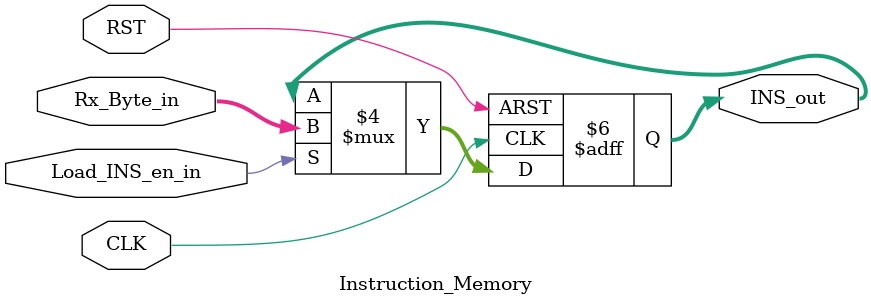
<source format=v>
module Instruction_Memory (
    input  wire                 CLK,
	input  wire					RST,
	/* From Controller */
	input  wire  				Load_INS_en_in,
	/* From TX UART Interface */
	input  wire	signed [7:0] 	Rx_Byte_in,   
	/* To Datapath */
	output reg  [7:0] 			INS_out
);

    always @(posedge CLK or negedge RST) begin
		if(RST == 0) begin
			INS_out				<= 0;
		end
        else begin
			if(Load_INS_en_in) 				
				INS_out			<= Rx_Byte_in;
			else
				INS_out			<= INS_out;
		end
    end

endmodule

</source>
